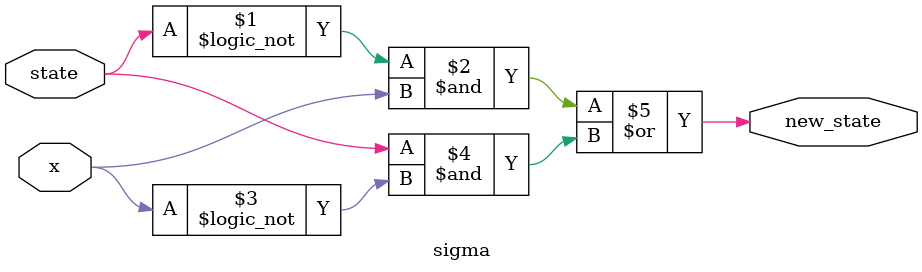
<source format=sv>
module sigma (output new_state, input state, input x);

  assign new_state= (!state & x) | (state & !x);

endmodule

</source>
